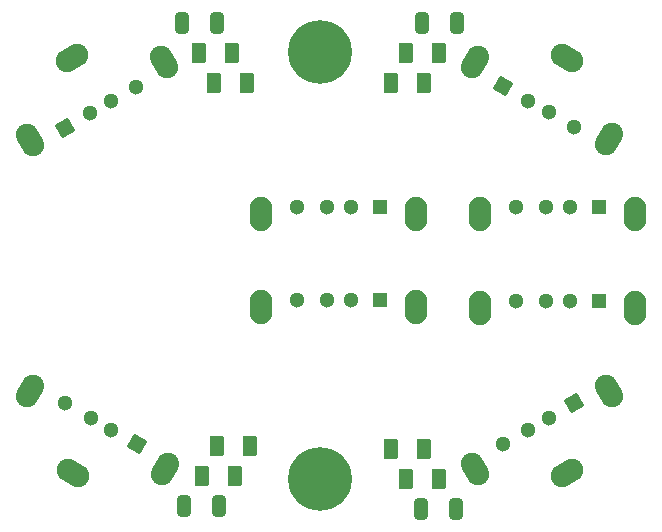
<source format=gbr>
G04 #@! TF.GenerationSoftware,KiCad,Pcbnew,6.0.2+dfsg-1*
G04 #@! TF.CreationDate,2022-06-20T22:27:53-04:00*
G04 #@! TF.ProjectId,RPI4_USB_WigleBottle_v2,52504934-5f55-4534-925f-5769676c6542,rev?*
G04 #@! TF.SameCoordinates,Original*
G04 #@! TF.FileFunction,Soldermask,Top*
G04 #@! TF.FilePolarity,Negative*
%FSLAX46Y46*%
G04 Gerber Fmt 4.6, Leading zero omitted, Abs format (unit mm)*
G04 Created by KiCad (PCBNEW 6.0.2+dfsg-1) date 2022-06-20 22:27:53*
%MOMM*%
%LPD*%
G01*
G04 APERTURE LIST*
G04 Aperture macros list*
%AMRoundRect*
0 Rectangle with rounded corners*
0 $1 Rounding radius*
0 $2 $3 $4 $5 $6 $7 $8 $9 X,Y pos of 4 corners*
0 Add a 4 corners polygon primitive as box body*
4,1,4,$2,$3,$4,$5,$6,$7,$8,$9,$2,$3,0*
0 Add four circle primitives for the rounded corners*
1,1,$1+$1,$2,$3*
1,1,$1+$1,$4,$5*
1,1,$1+$1,$6,$7*
1,1,$1+$1,$8,$9*
0 Add four rect primitives between the rounded corners*
20,1,$1+$1,$2,$3,$4,$5,0*
20,1,$1+$1,$4,$5,$6,$7,0*
20,1,$1+$1,$6,$7,$8,$9,0*
20,1,$1+$1,$8,$9,$2,$3,0*%
%AMHorizOval*
0 Thick line with rounded ends*
0 $1 width*
0 $2 $3 position (X,Y) of the first rounded end (center of the circle)*
0 $4 $5 position (X,Y) of the second rounded end (center of the circle)*
0 Add line between two ends*
20,1,$1,$2,$3,$4,$5,0*
0 Add two circle primitives to create the rounded ends*
1,1,$1,$2,$3*
1,1,$1,$4,$5*%
%AMRotRect*
0 Rectangle, with rotation*
0 The origin of the aperture is its center*
0 $1 length*
0 $2 width*
0 $3 Rotation angle, in degrees counterclockwise*
0 Add horizontal line*
21,1,$1,$2,0,0,$3*%
G04 Aperture macros list end*
%ADD10RoundRect,0.250000X0.375000X0.625000X-0.375000X0.625000X-0.375000X-0.625000X0.375000X-0.625000X0*%
%ADD11RoundRect,0.250000X-0.375000X-0.625000X0.375000X-0.625000X0.375000X0.625000X-0.375000X0.625000X0*%
%ADD12RotRect,1.300000X1.300000X30.000000*%
%ADD13C,1.300000*%
%ADD14HorizOval,1.900000X-0.250000X0.433013X0.250000X-0.433013X0*%
%ADD15HorizOval,1.900000X0.433013X0.250000X-0.433013X-0.250000X0*%
%ADD16RotRect,1.300000X1.300000X210.000000*%
%ADD17HorizOval,1.900000X-0.433013X-0.250000X0.433013X0.250000X0*%
%ADD18O,1.900000X2.900000*%
%ADD19R,1.300000X1.300000*%
%ADD20RotRect,1.300000X1.300000X150.000000*%
%ADD21HorizOval,1.900000X-0.433013X0.250000X0.433013X-0.250000X0*%
%ADD22HorizOval,1.900000X-0.250000X-0.433013X0.250000X0.433013X0*%
%ADD23HorizOval,1.900000X0.250000X0.433013X-0.250000X-0.433013X0*%
%ADD24RotRect,1.300000X1.300000X330.000000*%
%ADD25C,0.800000*%
%ADD26C,5.400000*%
%ADD27RoundRect,0.250000X-0.325000X-0.650000X0.325000X-0.650000X0.325000X0.650000X-0.325000X0.650000X0*%
%ADD28RoundRect,0.250000X0.325000X0.650000X-0.325000X0.650000X-0.325000X-0.650000X0.325000X-0.650000X0*%
G04 APERTURE END LIST*
D10*
X73660000Y-81026000D03*
X70860000Y-81026000D03*
X73914000Y-116840000D03*
X71114000Y-116840000D03*
D11*
X88386000Y-81026000D03*
X91186000Y-81026000D03*
X88392000Y-117094000D03*
X91192000Y-117094000D03*
D12*
X59487711Y-87403651D03*
D13*
X61652775Y-86153651D03*
X63384825Y-85153651D03*
X65549889Y-83903651D03*
D14*
X67908587Y-81849036D03*
D15*
X60128800Y-81514049D03*
D14*
X56529013Y-88419036D03*
D16*
X102615089Y-110687730D03*
D13*
X100450025Y-111937730D03*
X98717975Y-112937730D03*
X96552911Y-114187730D03*
D17*
X101974000Y-116577332D03*
D14*
X94194213Y-116242345D03*
X105573787Y-109672345D03*
D10*
X74930000Y-83566000D03*
X72130000Y-83566000D03*
X75184000Y-114300000D03*
X72384000Y-114300000D03*
D11*
X87116000Y-83566000D03*
X89916000Y-83566000D03*
X87122000Y-114554000D03*
X89922000Y-114554000D03*
D18*
X89247000Y-102549000D03*
X76107000Y-102549000D03*
D13*
X79177000Y-101949000D03*
X81677000Y-101949000D03*
X83677000Y-101949000D03*
D19*
X86177000Y-101949000D03*
X86177000Y-94075000D03*
D13*
X83677000Y-94075000D03*
X81677000Y-94075000D03*
X79177000Y-94075000D03*
D18*
X89247000Y-94675000D03*
X76107000Y-94675000D03*
D19*
X104719000Y-102076000D03*
D13*
X102219000Y-102076000D03*
X100219000Y-102076000D03*
X97719000Y-102076000D03*
D18*
X107789000Y-102676000D03*
X94649000Y-102676000D03*
D19*
X104719000Y-94075000D03*
D13*
X102219000Y-94075000D03*
X100219000Y-94075000D03*
X97719000Y-94075000D03*
D18*
X107789000Y-94675000D03*
X94649000Y-94675000D03*
D20*
X65589989Y-114187730D03*
D13*
X63424925Y-112937730D03*
X61692875Y-111937730D03*
X59527811Y-110687730D03*
D21*
X60168900Y-116577332D03*
D22*
X67948687Y-116242345D03*
D23*
X56569113Y-109672345D03*
D24*
X96563611Y-83830671D03*
D13*
X98728675Y-85080671D03*
X100460725Y-86080671D03*
X102625789Y-87330671D03*
D23*
X94204913Y-81776056D03*
D22*
X105584487Y-88346056D03*
D21*
X101984700Y-81441069D03*
D25*
X82559491Y-79543309D03*
X82559491Y-82407091D03*
X83152600Y-80975200D03*
X81127600Y-83000200D03*
X79102600Y-80975200D03*
X79695709Y-79543309D03*
D26*
X81127600Y-80975200D03*
D25*
X79695709Y-82407091D03*
X81127600Y-78950200D03*
X79644909Y-118525891D03*
X81076800Y-119119000D03*
X79051800Y-117094000D03*
X79644909Y-115662109D03*
X83101800Y-117094000D03*
X82508691Y-115662109D03*
D26*
X81076800Y-117094000D03*
D25*
X81076800Y-115069000D03*
X82508691Y-118525891D03*
D27*
X69440000Y-78486000D03*
X72390000Y-78486000D03*
X69567000Y-119380000D03*
X72517000Y-119380000D03*
D28*
X92710000Y-78486000D03*
X89760000Y-78486000D03*
X92612000Y-119634000D03*
X89662000Y-119634000D03*
M02*

</source>
